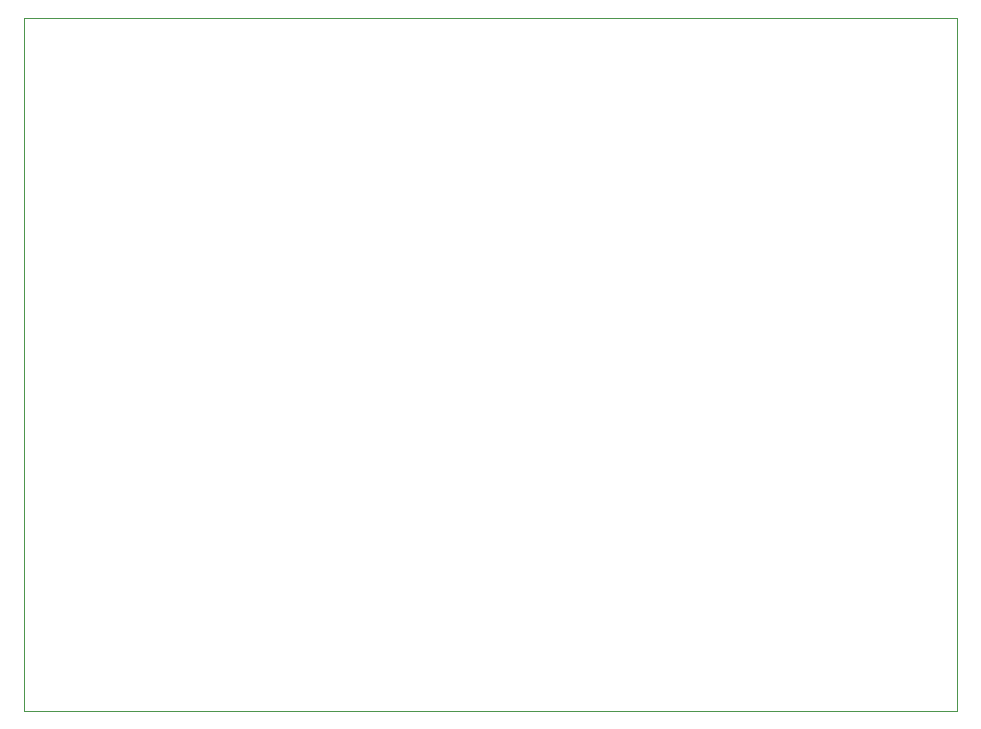
<source format=gbr>
G04 (created by PCBNEW (2013-07-07 BZR 4022)-stable) date 1/31/2015 10:55:12 PM*
%MOIN*%
G04 Gerber Fmt 3.4, Leading zero omitted, Abs format*
%FSLAX34Y34*%
G01*
G70*
G90*
G04 APERTURE LIST*
%ADD10C,0.00590551*%
%ADD11C,0.00393701*%
G04 APERTURE END LIST*
G54D10*
G54D11*
X25950Y-41600D02*
X25950Y-18500D01*
X57050Y-41600D02*
X25950Y-41600D01*
X57050Y-18500D02*
X57050Y-41600D01*
X56550Y-18500D02*
X57050Y-18500D01*
X25950Y-18500D02*
X56550Y-18500D01*
M02*

</source>
